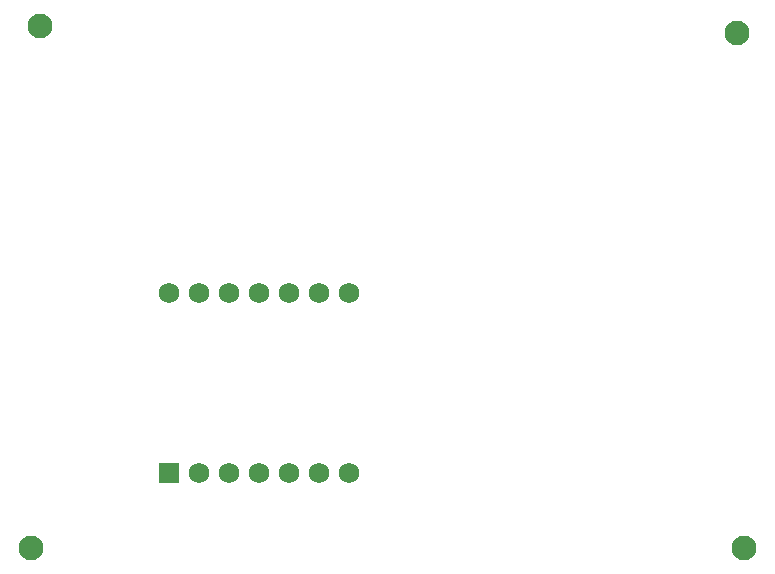
<source format=gbr>
%TF.GenerationSoftware,KiCad,Pcbnew,7.0.8*%
%TF.CreationDate,2024-08-05T22:26:54-04:00*%
%TF.ProjectId,wsg1.0,77736731-2e30-42e6-9b69-6361645f7063,rev?*%
%TF.SameCoordinates,Original*%
%TF.FileFunction,Soldermask,Bot*%
%TF.FilePolarity,Negative*%
%FSLAX46Y46*%
G04 Gerber Fmt 4.6, Leading zero omitted, Abs format (unit mm)*
G04 Created by KiCad (PCBNEW 7.0.8) date 2024-08-05 22:26:54*
%MOMM*%
%LPD*%
G01*
G04 APERTURE LIST*
G04 Aperture macros list*
%AMRoundRect*
0 Rectangle with rounded corners*
0 $1 Rounding radius*
0 $2 $3 $4 $5 $6 $7 $8 $9 X,Y pos of 4 corners*
0 Add a 4 corners polygon primitive as box body*
4,1,4,$2,$3,$4,$5,$6,$7,$8,$9,$2,$3,0*
0 Add four circle primitives for the rounded corners*
1,1,$1+$1,$2,$3*
1,1,$1+$1,$4,$5*
1,1,$1+$1,$6,$7*
1,1,$1+$1,$8,$9*
0 Add four rect primitives between the rounded corners*
20,1,$1+$1,$2,$3,$4,$5,0*
20,1,$1+$1,$4,$5,$6,$7,0*
20,1,$1+$1,$6,$7,$8,$9,0*
20,1,$1+$1,$8,$9,$2,$3,0*%
G04 Aperture macros list end*
%ADD10C,2.100000*%
%ADD11RoundRect,0.102000X0.765000X-0.765000X0.765000X0.765000X-0.765000X0.765000X-0.765000X-0.765000X0*%
%ADD12C,1.734000*%
G04 APERTURE END LIST*
D10*
%TO.C,REF\u002A\u002A*%
X145370000Y-141770000D03*
%TD*%
%TO.C,REF\u002A\u002A*%
X85710000Y-97550000D03*
%TD*%
%TO.C,REF\u002A\u002A*%
X84970000Y-141770000D03*
%TD*%
%TO.C,REF\u002A\u002A*%
X144760000Y-98170000D03*
%TD*%
D11*
%TO.C,U2*%
X96680000Y-135427500D03*
D12*
X99220000Y-135427500D03*
X101760000Y-135427500D03*
X104300000Y-135427500D03*
X106840000Y-135427500D03*
X109380000Y-135427500D03*
X111920000Y-135427500D03*
X111920000Y-120187500D03*
X109380000Y-120187500D03*
X106840000Y-120187500D03*
X104300000Y-120187500D03*
X101760000Y-120187500D03*
X99220000Y-120187500D03*
X96680000Y-120187500D03*
%TD*%
M02*

</source>
